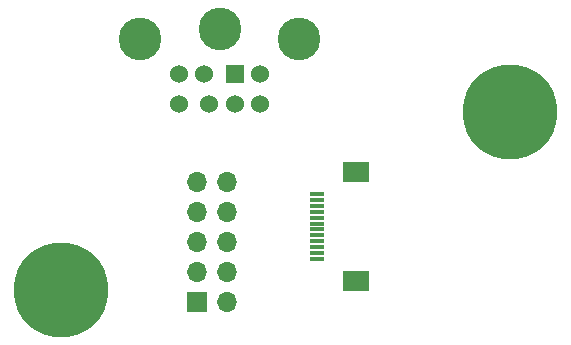
<source format=gts>
%TF.GenerationSoftware,KiCad,Pcbnew,5.1.12-84ad8e8a86~92~ubuntu20.04.1*%
%TF.CreationDate,2021-12-07T00:05:06-06:00*%
%TF.ProjectId,portboard_mdd,706f7274-626f-4617-9264-5f726962626f,rev?*%
%TF.SameCoordinates,Original*%
%TF.FileFunction,Soldermask,Top*%
%TF.FilePolarity,Negative*%
%FSLAX46Y46*%
G04 Gerber Fmt 4.6, Leading zero omitted, Abs format (unit mm)*
G04 Created by KiCad (PCBNEW 5.1.12-84ad8e8a86~92~ubuntu20.04.1) date 2021-12-07 00:05:06*
%MOMM*%
%LPD*%
G01*
G04 APERTURE LIST*
%ADD10R,1.300000X0.300000*%
%ADD11R,2.200000X1.800000*%
%ADD12C,8.000000*%
%ADD13O,1.700000X1.700000*%
%ADD14R,1.700000X1.700000*%
%ADD15C,1.524000*%
%ADD16C,3.601600*%
G04 APERTURE END LIST*
D10*
%TO.C,J3*%
X69841500Y-39350500D03*
X69841500Y-39850500D03*
X69841500Y-40350500D03*
X69841500Y-40850500D03*
X69841500Y-41350500D03*
X69841500Y-41850500D03*
X69841500Y-42350500D03*
X69841500Y-42850500D03*
X69841500Y-43350500D03*
X69841500Y-43850500D03*
X69841500Y-44350500D03*
X69841500Y-44850500D03*
D11*
X73091500Y-46750500D03*
X73091500Y-37450500D03*
%TD*%
D12*
%TO.C,H2*%
X86170300Y-32434000D03*
%TD*%
%TO.C,H1*%
X48141700Y-47434000D03*
%TD*%
D13*
%TO.C,J1*%
X62230000Y-38354000D03*
X59690000Y-38354000D03*
X62230000Y-40894000D03*
X59690000Y-40894000D03*
X62230000Y-43434000D03*
X59690000Y-43434000D03*
X62230000Y-45974000D03*
X59690000Y-45974000D03*
X62230000Y-48514000D03*
D14*
X59690000Y-48514000D03*
%TD*%
D15*
%TO.C,J2*%
X60681000Y-31700000D03*
X62881000Y-31700000D03*
X64981000Y-31700000D03*
X58181000Y-31700000D03*
X58181000Y-29200000D03*
X64981000Y-29200000D03*
G36*
G01*
X63643000Y-28488800D02*
X63643000Y-29911200D01*
G75*
G02*
X63592200Y-29962000I-50800J0D01*
G01*
X62169800Y-29962000D01*
G75*
G02*
X62119000Y-29911200I0J50800D01*
G01*
X62119000Y-28488800D01*
G75*
G02*
X62169800Y-28438000I50800J0D01*
G01*
X63592200Y-28438000D01*
G75*
G02*
X63643000Y-28488800I0J-50800D01*
G01*
G37*
X60281000Y-29200000D03*
D16*
X61581000Y-25400000D03*
X68331000Y-26200000D03*
X54831000Y-26200000D03*
%TD*%
M02*

</source>
